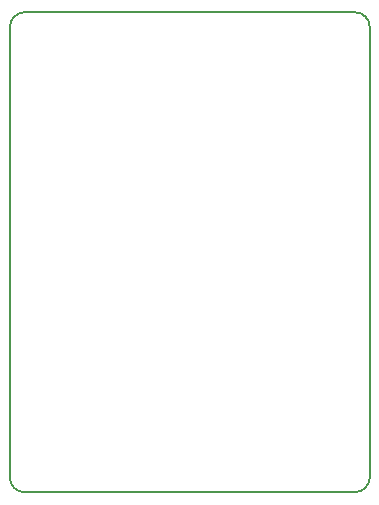
<source format=gm1>
G04 #@! TF.GenerationSoftware,KiCad,Pcbnew,(5.0.2)-1*
G04 #@! TF.CreationDate,2019-02-01T18:11:43-06:00*
G04 #@! TF.ProjectId,matrix_badge,6d617472-6978-45f6-9261-6467652e6b69,rev?*
G04 #@! TF.SameCoordinates,Original*
G04 #@! TF.FileFunction,Profile,NP*
%FSLAX46Y46*%
G04 Gerber Fmt 4.6, Leading zero omitted, Abs format (unit mm)*
G04 Created by KiCad (PCBNEW (5.0.2)-1) date 2/1/2019 6:11:43 PM*
%MOMM*%
%LPD*%
G01*
G04 APERTURE LIST*
%ADD10C,0.127000*%
G04 APERTURE END LIST*
D10*
X156210000Y-76200000D02*
G75*
G02X157480000Y-77470000I0J-1270000D01*
G01*
X127000000Y-77470000D02*
G75*
G02X128270000Y-76200000I1270000J0D01*
G01*
X128270000Y-116840000D02*
G75*
G02X127000000Y-115570000I0J1270000D01*
G01*
X127000000Y-77470000D02*
X127000000Y-115570000D01*
X157480000Y-115570000D02*
G75*
G02X156210000Y-116840000I-1270000J0D01*
G01*
X128270000Y-116840000D02*
X156210000Y-116840000D01*
X157480000Y-77470000D02*
X157480000Y-115570000D01*
X128270000Y-76200000D02*
X156210000Y-76200000D01*
M02*

</source>
